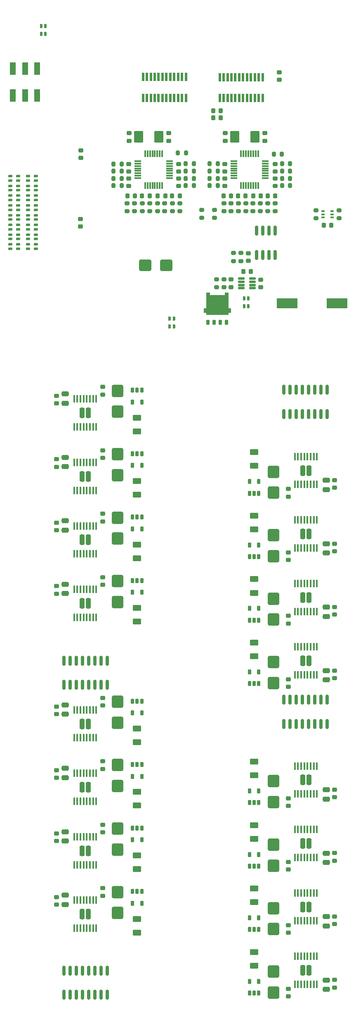
<source format=gtp>
G04 #@! TF.GenerationSoftware,KiCad,Pcbnew,9.0.5*
G04 #@! TF.CreationDate,2025-11-08T18:16:22-06:00*
G04 #@! TF.ProjectId,PowerDistributionUnit_Mk1,506f7765-7244-4697-9374-726962757469,rev?*
G04 #@! TF.SameCoordinates,Original*
G04 #@! TF.FileFunction,Paste,Top*
G04 #@! TF.FilePolarity,Positive*
%FSLAX46Y46*%
G04 Gerber Fmt 4.6, Leading zero omitted, Abs format (unit mm)*
G04 Created by KiCad (PCBNEW 9.0.5) date 2025-11-08 18:16:22*
%MOMM*%
%LPD*%
G01*
G04 APERTURE LIST*
G04 Aperture macros list*
%AMRoundRect*
0 Rectangle with rounded corners*
0 $1 Rounding radius*
0 $2 $3 $4 $5 $6 $7 $8 $9 X,Y pos of 4 corners*
0 Add a 4 corners polygon primitive as box body*
4,1,4,$2,$3,$4,$5,$6,$7,$8,$9,$2,$3,0*
0 Add four circle primitives for the rounded corners*
1,1,$1+$1,$2,$3*
1,1,$1+$1,$4,$5*
1,1,$1+$1,$6,$7*
1,1,$1+$1,$8,$9*
0 Add four rect primitives between the rounded corners*
20,1,$1+$1,$2,$3,$4,$5,0*
20,1,$1+$1,$4,$5,$6,$7,0*
20,1,$1+$1,$6,$7,$8,$9,0*
20,1,$1+$1,$8,$9,$2,$3,0*%
%AMFreePoly0*
4,1,18,-0.697500,2.280000,2.027500,2.280000,2.502500,2.280000,2.502500,1.530000,2.027500,1.530000,2.027500,-1.530000,2.502500,-1.530000,2.502500,-2.280000,-0.697500,-2.280000,-0.697500,-2.775000,-1.602500,-2.775000,-1.602500,-2.280000,-2.027500,-2.280000,-2.027500,2.280000,-1.602500,2.280000,-1.602500,2.775000,-0.697500,2.775000,-0.697500,2.280000,-0.697500,2.280000,$1*%
G04 Aperture macros list end*
%ADD10RoundRect,0.250000X-0.475000X0.250000X-0.475000X-0.250000X0.475000X-0.250000X0.475000X0.250000X0*%
%ADD11RoundRect,0.225000X0.225000X0.250000X-0.225000X0.250000X-0.225000X-0.250000X0.225000X-0.250000X0*%
%ADD12RoundRect,0.105000X0.245000X-0.395000X0.245000X0.395000X-0.245000X0.395000X-0.245000X-0.395000X0*%
%ADD13RoundRect,0.250000X0.475000X-0.250000X0.475000X0.250000X-0.475000X0.250000X-0.475000X-0.250000X0*%
%ADD14RoundRect,0.247500X0.247500X-0.822500X0.247500X0.822500X-0.247500X0.822500X-0.247500X-0.822500X0*%
%ADD15RoundRect,0.100000X0.100000X-0.687500X0.100000X0.687500X-0.100000X0.687500X-0.100000X-0.687500X0*%
%ADD16RoundRect,0.150000X-0.150000X0.825000X-0.150000X-0.825000X0.150000X-0.825000X0.150000X0.825000X0*%
%ADD17RoundRect,0.200000X0.275000X-0.200000X0.275000X0.200000X-0.275000X0.200000X-0.275000X-0.200000X0*%
%ADD18RoundRect,0.200000X0.200000X0.275000X-0.200000X0.275000X-0.200000X-0.275000X0.200000X-0.275000X0*%
%ADD19RoundRect,0.250000X-1.000000X-0.900000X1.000000X-0.900000X1.000000X0.900000X-1.000000X0.900000X0*%
%ADD20RoundRect,0.225000X0.250000X-0.225000X0.250000X0.225000X-0.250000X0.225000X-0.250000X-0.225000X0*%
%ADD21RoundRect,0.225000X-0.250000X0.225000X-0.250000X-0.225000X0.250000X-0.225000X0.250000X0.225000X0*%
%ADD22RoundRect,0.082500X-0.317500X-0.192500X0.317500X-0.192500X0.317500X0.192500X-0.317500X0.192500X0*%
%ADD23RoundRect,0.250000X-0.625000X0.375000X-0.625000X-0.375000X0.625000X-0.375000X0.625000X0.375000X0*%
%ADD24RoundRect,0.247500X-0.247500X0.822500X-0.247500X-0.822500X0.247500X-0.822500X0.247500X0.822500X0*%
%ADD25RoundRect,0.100000X-0.100000X0.687500X-0.100000X-0.687500X0.100000X-0.687500X0.100000X0.687500X0*%
%ADD26R,0.300000X1.450000*%
%ADD27R,1.450000X0.300000*%
%ADD28RoundRect,0.250000X0.625000X-0.375000X0.625000X0.375000X-0.625000X0.375000X-0.625000X-0.375000X0*%
%ADD29RoundRect,0.200000X-0.200000X-0.275000X0.200000X-0.275000X0.200000X0.275000X-0.200000X0.275000X0*%
%ADD30RoundRect,0.250000X0.900000X-1.000000X0.900000X1.000000X-0.900000X1.000000X-0.900000X-1.000000X0*%
%ADD31RoundRect,0.250000X-0.900000X1.000000X-0.900000X-1.000000X0.900000X-1.000000X0.900000X1.000000X0*%
%ADD32RoundRect,0.105000X-0.245000X0.395000X-0.245000X-0.395000X0.245000X-0.395000X0.245000X0.395000X0*%
%ADD33RoundRect,0.082500X-0.192500X0.317500X-0.192500X-0.317500X0.192500X-0.317500X0.192500X0.317500X0*%
%ADD34RoundRect,0.225000X-0.225000X-0.250000X0.225000X-0.250000X0.225000X0.250000X-0.225000X0.250000X0*%
%ADD35RoundRect,0.100000X-0.225000X-0.100000X0.225000X-0.100000X0.225000X0.100000X-0.225000X0.100000X0*%
%ADD36RoundRect,0.082500X0.192500X-0.317500X0.192500X0.317500X-0.192500X0.317500X-0.192500X-0.317500X0*%
%ADD37RoundRect,0.125000X0.537500X0.125000X-0.537500X0.125000X-0.537500X-0.125000X0.537500X-0.125000X0*%
%ADD38RoundRect,0.200000X-0.275000X0.200000X-0.275000X-0.200000X0.275000X-0.200000X0.275000X0.200000X0*%
%ADD39RoundRect,0.150000X0.150000X-0.825000X0.150000X0.825000X-0.150000X0.825000X-0.150000X-0.825000X0*%
%ADD40R,4.350000X2.100000*%
%ADD41RoundRect,0.187500X0.187500X-0.312500X0.187500X0.312500X-0.187500X0.312500X-0.187500X-0.312500X0*%
%ADD42FreePoly0,90.000000*%
%ADD43RoundRect,0.250000X0.700000X0.950000X-0.700000X0.950000X-0.700000X-0.950000X0.700000X-0.950000X0*%
%ADD44R,1.200000X2.500000*%
%ADD45R,0.550000X1.800000*%
G04 APERTURE END LIST*
D10*
X178900000Y-147350000D03*
X178900000Y-149250000D03*
D11*
X142675000Y300000D03*
X141125000Y300000D03*
D12*
X139150000Y-67900000D03*
X141050000Y-67900000D03*
X141050000Y-65500000D03*
X140100000Y-65500000D03*
X139150000Y-65500000D03*
D11*
X157275000Y16300000D03*
X155725000Y16300000D03*
D13*
X125298000Y-81150000D03*
X125298000Y-79250000D03*
D14*
X128833000Y-107850000D03*
X130063000Y-107850000D03*
D15*
X127173000Y-110712500D03*
X127823000Y-110712500D03*
X128473000Y-110712500D03*
X129123000Y-110712500D03*
X129773000Y-110712500D03*
X130423000Y-110712500D03*
X131073000Y-110712500D03*
X131723000Y-110712500D03*
X131723000Y-104987500D03*
X131073000Y-104987500D03*
X130423000Y-104987500D03*
X129773000Y-104987500D03*
X129123000Y-104987500D03*
X128473000Y-104987500D03*
X127823000Y-104987500D03*
X127173000Y-104987500D03*
D16*
X168405000Y-6825000D03*
X167135000Y-6825000D03*
X165865000Y-6825000D03*
X164595000Y-6825000D03*
X164595000Y-11775000D03*
X165865000Y-11775000D03*
X167135000Y-11775000D03*
X168405000Y-11775000D03*
D17*
X163900000Y-2825000D03*
X163900000Y-1175000D03*
D18*
X171525000Y3900000D03*
X169875000Y3900000D03*
D11*
X157275000Y17800000D03*
X155725000Y17800000D03*
D19*
X141750000Y-13900000D03*
X146050000Y-13900000D03*
D20*
X133048000Y-130075000D03*
X133048000Y-128525000D03*
D11*
X148850000Y300000D03*
X147300000Y300000D03*
D21*
X180650000Y-96925000D03*
X180650000Y-98475000D03*
D22*
X117702359Y-521641D03*
X117702359Y378359D03*
X119302359Y378359D03*
X119302359Y-521641D03*
D10*
X178900000Y-96950000D03*
X178900000Y-98850000D03*
D23*
X140100000Y-121800000D03*
X140100000Y-124600000D03*
D24*
X175365000Y-145350000D03*
X174135000Y-145350000D03*
D25*
X177025000Y-142487500D03*
X176375000Y-142487500D03*
X175725000Y-142487500D03*
X175075000Y-142487500D03*
X174425000Y-142487500D03*
X173775000Y-142487500D03*
X173125000Y-142487500D03*
X172475000Y-142487500D03*
X172475000Y-148212500D03*
X173125000Y-148212500D03*
X173775000Y-148212500D03*
X174425000Y-148212500D03*
X175075000Y-148212500D03*
X175725000Y-148212500D03*
X176375000Y-148212500D03*
X177025000Y-148212500D03*
D20*
X123548000Y-55175000D03*
X123548000Y-53625000D03*
D26*
X141750000Y2475000D03*
X142250000Y2475000D03*
X142750000Y2475000D03*
X143250000Y2475000D03*
X143750000Y2475000D03*
X144250000Y2475000D03*
X144750000Y2475000D03*
X145250000Y2475000D03*
D27*
X146725000Y3950000D03*
X146725000Y4450000D03*
X146725000Y4950000D03*
X146725000Y5450000D03*
X146725000Y5950000D03*
X146725000Y6450000D03*
X146725000Y6950000D03*
X146725000Y7450000D03*
D26*
X145250000Y8925000D03*
X144750000Y8925000D03*
X144250000Y8925000D03*
X143750000Y8925000D03*
X143250000Y8925000D03*
X142750000Y8925000D03*
X142250000Y8925000D03*
X141750000Y8925000D03*
D27*
X140275000Y7450000D03*
X140275000Y6950000D03*
X140275000Y6450000D03*
X140275000Y5950000D03*
X140275000Y5450000D03*
X140275000Y4950000D03*
X140275000Y4450000D03*
X140275000Y3950000D03*
D20*
X128500000Y-5975000D03*
X128500000Y-4425000D03*
D23*
X140100000Y-45100000D03*
X140100000Y-47900000D03*
X140100000Y-147800000D03*
X140100000Y-150600000D03*
D17*
X142675000Y-2825000D03*
X142675000Y-1175000D03*
D10*
X178900000Y-83950000D03*
X178900000Y-85850000D03*
D24*
X175365000Y-158350000D03*
X174135000Y-158350000D03*
D25*
X177025000Y-155487500D03*
X176375000Y-155487500D03*
X175725000Y-155487500D03*
X175075000Y-155487500D03*
X174425000Y-155487500D03*
X173775000Y-155487500D03*
X173125000Y-155487500D03*
X172475000Y-155487500D03*
X172475000Y-161212500D03*
X173125000Y-161212500D03*
X173775000Y-161212500D03*
X174425000Y-161212500D03*
X175075000Y-161212500D03*
X175725000Y-161212500D03*
X176375000Y-161212500D03*
X177025000Y-161212500D03*
D28*
X164100000Y-144400000D03*
X164100000Y-141600000D03*
D29*
X135275000Y3900000D03*
X136925000Y3900000D03*
D30*
X168100000Y-149900000D03*
X168100000Y-145600000D03*
D31*
X136098000Y-116300000D03*
X136098000Y-120600000D03*
D20*
X133048000Y-40375000D03*
X133048000Y-38825000D03*
D17*
X160900000Y-2825000D03*
X160900000Y-1175000D03*
D30*
X168100000Y-99500000D03*
X168100000Y-95200000D03*
X168100000Y-73500000D03*
X168100000Y-69200000D03*
D17*
X156000000Y-4190000D03*
X156000000Y-2540000D03*
D30*
X168100000Y-86500000D03*
X168100000Y-82200000D03*
D11*
X168475000Y300000D03*
X166925000Y300000D03*
D32*
X165050000Y-147600000D03*
X163150000Y-147600000D03*
X163150000Y-150000000D03*
X164100000Y-150000000D03*
X165050000Y-150000000D03*
D29*
X135275000Y2400000D03*
X136925000Y2400000D03*
D31*
X136098000Y-39600000D03*
X136098000Y-43900000D03*
D16*
X133943000Y-158425000D03*
X132673000Y-158425000D03*
X131403000Y-158425000D03*
X130133000Y-158425000D03*
X128863000Y-158425000D03*
X127593000Y-158425000D03*
X126323000Y-158425000D03*
X125053000Y-158425000D03*
X125053000Y-163375000D03*
X126323000Y-163375000D03*
X127593000Y-163375000D03*
X128863000Y-163375000D03*
X130133000Y-163375000D03*
X131403000Y-163375000D03*
X132673000Y-163375000D03*
X133943000Y-163375000D03*
D30*
X168100000Y-123900000D03*
X168100000Y-119600000D03*
D11*
X179975000Y-5649499D03*
X178425000Y-5649499D03*
D12*
X139150000Y-54900000D03*
X141050000Y-54900000D03*
X141050000Y-52500000D03*
X140100000Y-52500000D03*
X139150000Y-52500000D03*
D17*
X181600000Y-4274499D03*
X181600000Y-2624499D03*
D33*
X120412500Y35100000D03*
X121312500Y35100000D03*
X121312500Y33500000D03*
X120412500Y33500000D03*
D18*
X151725000Y6900000D03*
X150075000Y6900000D03*
D20*
X133048000Y-143075000D03*
X133048000Y-141525000D03*
D28*
X164100000Y-68000000D03*
X164100000Y-65200000D03*
D17*
X148850000Y-2825000D03*
X148850000Y-1175000D03*
D32*
X165050000Y-121600000D03*
X163150000Y-121600000D03*
X163150000Y-124000000D03*
X164100000Y-124000000D03*
X165050000Y-124000000D03*
D22*
X117702359Y-8521641D03*
X117702359Y-7621641D03*
X119302359Y-7621641D03*
X119302359Y-8521641D03*
D20*
X133048000Y-104075000D03*
X133048000Y-102525000D03*
D21*
X171150000Y-123125000D03*
X171150000Y-124675000D03*
D24*
X175365000Y-68950000D03*
X174135000Y-68950000D03*
D25*
X177025000Y-66087500D03*
X176375000Y-66087500D03*
X175725000Y-66087500D03*
X175075000Y-66087500D03*
X174425000Y-66087500D03*
X173775000Y-66087500D03*
X173125000Y-66087500D03*
X172475000Y-66087500D03*
X172475000Y-71812500D03*
X173125000Y-71812500D03*
X173775000Y-71812500D03*
X174425000Y-71812500D03*
X175075000Y-71812500D03*
X175725000Y-71812500D03*
X176375000Y-71812500D03*
X177025000Y-71812500D03*
D22*
X117702359Y1478359D03*
X117702359Y2378359D03*
X119302359Y2378359D03*
X119302359Y1478359D03*
X117702359Y-6521641D03*
X117702359Y-5621641D03*
X119302359Y-5621641D03*
X119302359Y-6521641D03*
D13*
X125298000Y-105850000D03*
X125298000Y-103950000D03*
D20*
X133048000Y-53375000D03*
X133048000Y-51825000D03*
X133048000Y-117075000D03*
X133048000Y-115525000D03*
X169300000Y24125000D03*
X169300000Y25675000D03*
D32*
X165050000Y-71200000D03*
X163150000Y-71200000D03*
X163150000Y-73600000D03*
X164100000Y-73600000D03*
X165050000Y-73600000D03*
D20*
X133048000Y-66375000D03*
X133048000Y-64825000D03*
D12*
X139150000Y-144600000D03*
X141050000Y-144600000D03*
X141050000Y-142200000D03*
X140100000Y-142200000D03*
X139150000Y-142200000D03*
X139150000Y-118600000D03*
X141050000Y-118600000D03*
X141050000Y-116200000D03*
X140100000Y-116200000D03*
X139150000Y-116200000D03*
D23*
X140100000Y-71100000D03*
X140100000Y-73900000D03*
D28*
X164100000Y-94000000D03*
X164100000Y-91200000D03*
D32*
X165050000Y-134600000D03*
X163150000Y-134600000D03*
X163150000Y-137000000D03*
X164100000Y-137000000D03*
X165050000Y-137000000D03*
D34*
X138125000Y300000D03*
X139675000Y300000D03*
D17*
X162400000Y-2825000D03*
X162400000Y-1175000D03*
D32*
X165050000Y-97200000D03*
X163150000Y-97200000D03*
X163150000Y-99600000D03*
X164100000Y-99600000D03*
X165050000Y-99600000D03*
D35*
X178250000Y-2799499D03*
X178250000Y-3449499D03*
X178250000Y-4099499D03*
X180150000Y-4099499D03*
X180150000Y-3449499D03*
X180150000Y-2799499D03*
D21*
X138400000Y6875000D03*
X138400000Y5325000D03*
D28*
X164100000Y-131400000D03*
X164100000Y-128600000D03*
D20*
X123548000Y-131875000D03*
X123548000Y-130325000D03*
D31*
X136098000Y-103300000D03*
X136098000Y-107600000D03*
D13*
X125298000Y-42150000D03*
X125298000Y-40250000D03*
D34*
X144325000Y300000D03*
X145875000Y300000D03*
D28*
X164100000Y-81000000D03*
X164100000Y-78200000D03*
D17*
X147350000Y-2825000D03*
X147350000Y-1175000D03*
X159900000Y-13025000D03*
X159900000Y-11375000D03*
D24*
X175365000Y-132350000D03*
X174135000Y-132350000D03*
D25*
X177025000Y-129487500D03*
X176375000Y-129487500D03*
X175725000Y-129487500D03*
X175075000Y-129487500D03*
X174425000Y-129487500D03*
X173775000Y-129487500D03*
X173125000Y-129487500D03*
X172475000Y-129487500D03*
X172475000Y-135212500D03*
X173125000Y-135212500D03*
X173775000Y-135212500D03*
X174425000Y-135212500D03*
X175075000Y-135212500D03*
X175725000Y-135212500D03*
X176375000Y-135212500D03*
X177025000Y-135212500D03*
D18*
X171525000Y2400000D03*
X169875000Y2400000D03*
D12*
X139150000Y-80900000D03*
X141050000Y-80900000D03*
X141050000Y-78500000D03*
X140100000Y-78500000D03*
X139150000Y-78500000D03*
D24*
X175365000Y-81950000D03*
X174135000Y-81950000D03*
D25*
X177025000Y-79087500D03*
X176375000Y-79087500D03*
X175725000Y-79087500D03*
X175075000Y-79087500D03*
X174425000Y-79087500D03*
X173775000Y-79087500D03*
X173125000Y-79087500D03*
X172475000Y-79087500D03*
X172475000Y-84812500D03*
X173125000Y-84812500D03*
X173775000Y-84812500D03*
X174425000Y-84812500D03*
X175075000Y-84812500D03*
X175725000Y-84812500D03*
X176375000Y-84812500D03*
X177025000Y-84812500D03*
D17*
X159400000Y-2825000D03*
X159400000Y-1175000D03*
X176800000Y-4274499D03*
X176800000Y-2624499D03*
D21*
X180650000Y-160325000D03*
X180650000Y-161875000D03*
D34*
X163925000Y300000D03*
X165475000Y300000D03*
D21*
X171150000Y-85725000D03*
X171150000Y-87275000D03*
D20*
X158100000Y2325000D03*
X158100000Y3875000D03*
D30*
X168100000Y-162900000D03*
X168100000Y-158600000D03*
D22*
X114102359Y1478359D03*
X114102359Y2378359D03*
X115702359Y2378359D03*
X115702359Y1478359D03*
D17*
X166900000Y-2825000D03*
X166900000Y-1175000D03*
D21*
X180650000Y-147325000D03*
X180650000Y-148875000D03*
X171150000Y-98725000D03*
X171150000Y-100275000D03*
X171150000Y-162125000D03*
X171150000Y-163675000D03*
D12*
X139150000Y-131600000D03*
X141050000Y-131600000D03*
X141050000Y-129200000D03*
X140100000Y-129200000D03*
X139150000Y-129200000D03*
D22*
X114102359Y-521641D03*
X114102359Y378359D03*
X115702359Y378359D03*
X115702359Y-521641D03*
D21*
X171150000Y-72725000D03*
X171150000Y-74275000D03*
D20*
X123548000Y-42175000D03*
X123548000Y-40625000D03*
D29*
X154975000Y6900000D03*
X156625000Y6900000D03*
D26*
X161450000Y2475000D03*
X161950000Y2475000D03*
X162450000Y2475000D03*
X162950000Y2475000D03*
X163450000Y2475000D03*
X163950000Y2475000D03*
X164450000Y2475000D03*
X164950000Y2475000D03*
D27*
X166425000Y3950000D03*
X166425000Y4450000D03*
X166425000Y4950000D03*
X166425000Y5450000D03*
X166425000Y5950000D03*
X166425000Y6450000D03*
X166425000Y6950000D03*
X166425000Y7450000D03*
D26*
X164950000Y8925000D03*
X164450000Y8925000D03*
X163950000Y8925000D03*
X163450000Y8925000D03*
X162950000Y8925000D03*
X162450000Y8925000D03*
X161950000Y8925000D03*
X161450000Y8925000D03*
D27*
X159975000Y7450000D03*
X159975000Y6950000D03*
X159975000Y6450000D03*
X159975000Y5950000D03*
X159975000Y5450000D03*
X159975000Y4950000D03*
X159975000Y4450000D03*
X159975000Y3950000D03*
D36*
X162950000Y-22300000D03*
X162050000Y-22300000D03*
X162050000Y-20700000D03*
X162950000Y-20700000D03*
D37*
X163800000Y-18575000D03*
X163800000Y-17925000D03*
X163800000Y-17275000D03*
X163800000Y-16625000D03*
X161525000Y-16625000D03*
X161525000Y-17275000D03*
X161525000Y-17925000D03*
X161525000Y-18575000D03*
D21*
X168400000Y6875000D03*
X168400000Y5325000D03*
D38*
X156400000Y-16750000D03*
X156400000Y-18400000D03*
D18*
X151725000Y5400000D03*
X150075000Y5400000D03*
D39*
X170255000Y-107850000D03*
X171525000Y-107850000D03*
X172795000Y-107850000D03*
X174065000Y-107850000D03*
X175335000Y-107850000D03*
X176605000Y-107850000D03*
X177875000Y-107850000D03*
X179145000Y-107850000D03*
X179145000Y-102900000D03*
X177875000Y-102900000D03*
X176605000Y-102900000D03*
X175335000Y-102900000D03*
X174065000Y-102900000D03*
X172795000Y-102900000D03*
X171525000Y-102900000D03*
X170255000Y-102900000D03*
D20*
X168400000Y2325000D03*
X168400000Y3875000D03*
D31*
X136098000Y-129300000D03*
X136098000Y-133600000D03*
D17*
X141175000Y-2825000D03*
X141175000Y-1175000D03*
D21*
X171150000Y-136125000D03*
X171150000Y-137675000D03*
D20*
X159400000Y-18350000D03*
X159400000Y-16800000D03*
D30*
X168100000Y-136900000D03*
X168100000Y-132600000D03*
D40*
X170900000Y-21700000D03*
X181100000Y-21700000D03*
D17*
X161400000Y-13025000D03*
X161400000Y-11375000D03*
X153400000Y-4190000D03*
X153400000Y-2540000D03*
D21*
X171150000Y-149125000D03*
X171150000Y-150675000D03*
D31*
X136098000Y-65600000D03*
X136098000Y-69900000D03*
D21*
X171150000Y-59725000D03*
X171150000Y-61275000D03*
D20*
X123548000Y-81175000D03*
X123548000Y-79625000D03*
D13*
X125298000Y-144850000D03*
X125298000Y-142950000D03*
D41*
X154645000Y-25542250D03*
X155915000Y-25542250D03*
X157185000Y-25542250D03*
X158455000Y-25542250D03*
D42*
X156550000Y-22050000D03*
D34*
X161925000Y-15150000D03*
X163475000Y-15150000D03*
D10*
X178900000Y-160350000D03*
X178900000Y-162250000D03*
D32*
X165050000Y-160600000D03*
X163150000Y-160600000D03*
X163150000Y-163000000D03*
X164100000Y-163000000D03*
X165050000Y-163000000D03*
D12*
X139150000Y-105600000D03*
X141050000Y-105600000D03*
X141050000Y-103200000D03*
X140100000Y-103200000D03*
X139150000Y-103200000D03*
D21*
X158100000Y6875000D03*
X158100000Y5325000D03*
X180650000Y-134325000D03*
X180650000Y-135875000D03*
D14*
X128833000Y-57150000D03*
X130063000Y-57150000D03*
D15*
X127173000Y-60012500D03*
X127823000Y-60012500D03*
X128473000Y-60012500D03*
X129123000Y-60012500D03*
X129773000Y-60012500D03*
X130423000Y-60012500D03*
X131073000Y-60012500D03*
X131723000Y-60012500D03*
X131723000Y-54287500D03*
X131073000Y-54287500D03*
X130423000Y-54287500D03*
X129773000Y-54287500D03*
X129123000Y-54287500D03*
X128473000Y-54287500D03*
X127823000Y-54287500D03*
X127173000Y-54287500D03*
D43*
X144550000Y12400000D03*
X140450000Y12400000D03*
D18*
X151725000Y3900000D03*
X150075000Y3900000D03*
D22*
X117702359Y-4521641D03*
X117702359Y-3621641D03*
X119302359Y-3621641D03*
X119302359Y-4521641D03*
D29*
X154975000Y5400000D03*
X156625000Y5400000D03*
D20*
X162900000Y-12975000D03*
X162900000Y-11425000D03*
D31*
X136098000Y-142300000D03*
X136098000Y-146600000D03*
D44*
X119600000Y26400000D03*
X117100000Y26400000D03*
X114600000Y26400000D03*
X119600000Y20900000D03*
X117100000Y20900000D03*
X114600000Y20900000D03*
D22*
X117702359Y-2521641D03*
X117702359Y-1621641D03*
X119302359Y-1621641D03*
X119302359Y-2521641D03*
D21*
X138500000Y13175000D03*
X138500000Y11625000D03*
D31*
X136098000Y-52600000D03*
X136098000Y-56900000D03*
D32*
X165050000Y-58200000D03*
X163150000Y-58200000D03*
X163150000Y-60600000D03*
X164100000Y-60600000D03*
X165050000Y-60600000D03*
D29*
X135275000Y5375000D03*
X136925000Y5375000D03*
D10*
X178900000Y-70950000D03*
X178900000Y-72850000D03*
D17*
X165400000Y-2825000D03*
X165400000Y-1175000D03*
D29*
X154975000Y3900000D03*
X156625000Y3900000D03*
D22*
X114102359Y-8521641D03*
X114102359Y-7621641D03*
X115702359Y-7621641D03*
X115702359Y-8521641D03*
D20*
X133048000Y-79375000D03*
X133048000Y-77825000D03*
D17*
X144275000Y-2825000D03*
X144275000Y-1175000D03*
D20*
X128515000Y8095000D03*
X128515000Y9645000D03*
D28*
X164100000Y-157400000D03*
X164100000Y-154600000D03*
D10*
X178900000Y-134350000D03*
X178900000Y-136250000D03*
D22*
X114102359Y3478359D03*
X114102359Y4378359D03*
X115702359Y4378359D03*
X115702359Y3478359D03*
D14*
X128833000Y-120850000D03*
X130063000Y-120850000D03*
D15*
X127173000Y-123712500D03*
X127823000Y-123712500D03*
X128473000Y-123712500D03*
X129123000Y-123712500D03*
X129773000Y-123712500D03*
X130423000Y-123712500D03*
X131073000Y-123712500D03*
X131723000Y-123712500D03*
X131723000Y-117987500D03*
X131073000Y-117987500D03*
X130423000Y-117987500D03*
X129773000Y-117987500D03*
X129123000Y-117987500D03*
X128473000Y-117987500D03*
X127823000Y-117987500D03*
X127173000Y-117987500D03*
D20*
X123548000Y-144875000D03*
X123548000Y-143325000D03*
D18*
X169825000Y8900000D03*
X168175000Y8900000D03*
X171525000Y5400000D03*
X169875000Y5400000D03*
D17*
X157900000Y-18400000D03*
X157900000Y-16750000D03*
D14*
X128833000Y-44150000D03*
X130063000Y-44150000D03*
D15*
X127173000Y-47012500D03*
X127823000Y-47012500D03*
X128473000Y-47012500D03*
X129123000Y-47012500D03*
X129773000Y-47012500D03*
X130423000Y-47012500D03*
X131073000Y-47012500D03*
X131723000Y-47012500D03*
X131723000Y-41287500D03*
X131073000Y-41287500D03*
X130423000Y-41287500D03*
X129773000Y-41287500D03*
X129123000Y-41287500D03*
X128473000Y-41287500D03*
X127823000Y-41287500D03*
X127173000Y-41287500D03*
D14*
X128833000Y-70150000D03*
X130063000Y-70150000D03*
D15*
X127173000Y-73012500D03*
X127823000Y-73012500D03*
X128473000Y-73012500D03*
X129123000Y-73012500D03*
X129773000Y-73012500D03*
X130423000Y-73012500D03*
X131073000Y-73012500D03*
X131723000Y-73012500D03*
X131723000Y-67287500D03*
X131073000Y-67287500D03*
X130423000Y-67287500D03*
X129773000Y-67287500D03*
X129123000Y-67287500D03*
X128473000Y-67287500D03*
X127823000Y-67287500D03*
X127173000Y-67287500D03*
D21*
X148600000Y6875000D03*
X148600000Y5325000D03*
D16*
X133943000Y-94925000D03*
X132673000Y-94925000D03*
X131403000Y-94925000D03*
X130133000Y-94925000D03*
X128863000Y-94925000D03*
X127593000Y-94925000D03*
X126323000Y-94925000D03*
X125053000Y-94925000D03*
X125053000Y-99875000D03*
X126323000Y-99875000D03*
X127593000Y-99875000D03*
X128863000Y-99875000D03*
X130133000Y-99875000D03*
X131403000Y-99875000D03*
X132673000Y-99875000D03*
X133943000Y-99875000D03*
D22*
X114102359Y-2521641D03*
X114102359Y-1621641D03*
X115702359Y-1621641D03*
X115702359Y-2521641D03*
D24*
X175365000Y-119350000D03*
X174135000Y-119350000D03*
D25*
X177025000Y-116487500D03*
X176375000Y-116487500D03*
X175725000Y-116487500D03*
X175075000Y-116487500D03*
X174425000Y-116487500D03*
X173775000Y-116487500D03*
X173125000Y-116487500D03*
X172475000Y-116487500D03*
X172475000Y-122212500D03*
X173125000Y-122212500D03*
X173775000Y-122212500D03*
X174425000Y-122212500D03*
X175075000Y-122212500D03*
X175725000Y-122212500D03*
X176375000Y-122212500D03*
X177025000Y-122212500D03*
D28*
X164100000Y-55000000D03*
X164100000Y-52200000D03*
D20*
X123548000Y-118875000D03*
X123548000Y-117325000D03*
D14*
X128833000Y-146850000D03*
X130063000Y-146850000D03*
D15*
X127173000Y-149712500D03*
X127823000Y-149712500D03*
X128473000Y-149712500D03*
X129123000Y-149712500D03*
X129773000Y-149712500D03*
X130423000Y-149712500D03*
X131073000Y-149712500D03*
X131723000Y-149712500D03*
X131723000Y-143987500D03*
X131073000Y-143987500D03*
X130423000Y-143987500D03*
X129773000Y-143987500D03*
X129123000Y-143987500D03*
X128473000Y-143987500D03*
X127823000Y-143987500D03*
X127173000Y-143987500D03*
D14*
X128833000Y-83150000D03*
X130063000Y-83150000D03*
D15*
X127173000Y-86012500D03*
X127823000Y-86012500D03*
X128473000Y-86012500D03*
X129123000Y-86012500D03*
X129773000Y-86012500D03*
X130423000Y-86012500D03*
X131073000Y-86012500D03*
X131723000Y-86012500D03*
X131723000Y-80287500D03*
X131073000Y-80287500D03*
X130423000Y-80287500D03*
X129773000Y-80287500D03*
X129123000Y-80287500D03*
X128473000Y-80287500D03*
X127823000Y-80287500D03*
X127173000Y-80287500D03*
D29*
X154975000Y2400000D03*
X156625000Y2400000D03*
D10*
X178900000Y-121350000D03*
X178900000Y-123250000D03*
D18*
X150125000Y9100000D03*
X148475000Y9100000D03*
D13*
X125298000Y-131850000D03*
X125298000Y-129950000D03*
D17*
X157900000Y-2825000D03*
X157900000Y-1175000D03*
D21*
X180650000Y-121325000D03*
X180650000Y-122875000D03*
D18*
X151725000Y2400000D03*
X150075000Y2400000D03*
D20*
X165500000Y-18375000D03*
X165500000Y-16825000D03*
D13*
X125298000Y-118850000D03*
X125298000Y-116950000D03*
D11*
X162375000Y300000D03*
X160825000Y300000D03*
D24*
X175365000Y-55950000D03*
X174135000Y-55950000D03*
D25*
X177025000Y-53087500D03*
X176375000Y-53087500D03*
X175725000Y-53087500D03*
X175075000Y-53087500D03*
X174425000Y-53087500D03*
X173775000Y-53087500D03*
X173125000Y-53087500D03*
X172475000Y-53087500D03*
X172475000Y-58812500D03*
X173125000Y-58812500D03*
X173775000Y-58812500D03*
X174425000Y-58812500D03*
X175075000Y-58812500D03*
X175725000Y-58812500D03*
X176375000Y-58812500D03*
X177025000Y-58812500D03*
D22*
X114102359Y-6521641D03*
X114102359Y-5621641D03*
X115702359Y-5621641D03*
X115702359Y-6521641D03*
D12*
X139150000Y-41900000D03*
X141050000Y-41900000D03*
X141050000Y-39500000D03*
X140100000Y-39500000D03*
X139150000Y-39500000D03*
D17*
X145775000Y-2825000D03*
X145775000Y-1175000D03*
D45*
X157063911Y20349998D03*
X157063910Y24649939D03*
X157863910Y20349939D03*
X157863910Y24650000D03*
X158663910Y20349939D03*
X158663911Y24650000D03*
X159463910Y20349939D03*
X159463909Y24650000D03*
X160263910Y20349939D03*
X160263910Y24650000D03*
X161063910Y20349939D03*
X161063908Y24650000D03*
X161863910Y20349939D03*
X161863909Y24650000D03*
X162663910Y20349939D03*
X162663910Y24650000D03*
X163463909Y20349998D03*
X163463909Y24650000D03*
X164263909Y20349998D03*
X164263909Y24650000D03*
X165063908Y20349998D03*
X165063908Y24650000D03*
X165863909Y20349998D03*
X165863909Y24650000D03*
X141309933Y20399998D03*
X141309933Y24700000D03*
X142109932Y20399998D03*
X142109932Y24700000D03*
X142909933Y20399998D03*
X142909933Y24700000D03*
X143709931Y20399998D03*
X143709931Y24700000D03*
X144509932Y20399998D03*
X144509932Y24700000D03*
X145309930Y20399998D03*
X145309930Y24700000D03*
X146109931Y20399998D03*
X146109931Y24700000D03*
X146909932Y20399998D03*
X146909932Y24700000D03*
X147709931Y20399998D03*
X147709931Y24700000D03*
X148509931Y20399998D03*
X148509931Y24700000D03*
X149309930Y20399998D03*
X149309930Y24700000D03*
X150109931Y20399998D03*
X150109931Y24700000D03*
D21*
X158200000Y13175000D03*
X158200000Y11625000D03*
D22*
X114102359Y-4521641D03*
X114102359Y-3621641D03*
X115702359Y-3621641D03*
X115702359Y-4521641D03*
D20*
X138400000Y2325000D03*
X138400000Y3875000D03*
D21*
X180650000Y-70925000D03*
X180650000Y-72475000D03*
D13*
X125298000Y-68150000D03*
X125298000Y-66250000D03*
D20*
X123548000Y-68175000D03*
X123548000Y-66625000D03*
D23*
X140100000Y-134800000D03*
X140100000Y-137600000D03*
D36*
X147687500Y-26400000D03*
X146787500Y-26400000D03*
X146787500Y-24800000D03*
X147687500Y-24800000D03*
D23*
X140100000Y-84100000D03*
X140100000Y-86900000D03*
D13*
X125298000Y-55150000D03*
X125298000Y-53250000D03*
D39*
X170255000Y-44375000D03*
X171525000Y-44375000D03*
X172795000Y-44375000D03*
X174065000Y-44375000D03*
X175335000Y-44375000D03*
X176605000Y-44375000D03*
X177875000Y-44375000D03*
X179145000Y-44375000D03*
X179145000Y-39425000D03*
X177875000Y-39425000D03*
X176605000Y-39425000D03*
X175335000Y-39425000D03*
X174065000Y-39425000D03*
X172795000Y-39425000D03*
X171525000Y-39425000D03*
X170255000Y-39425000D03*
D17*
X138075000Y-2825000D03*
X138075000Y-1175000D03*
X168400000Y-2825000D03*
X168400000Y-1175000D03*
D20*
X148600000Y2325000D03*
X148600000Y3875000D03*
D30*
X168100000Y-60500000D03*
X168100000Y-56200000D03*
D21*
X180650000Y-83925000D03*
X180650000Y-85475000D03*
D31*
X136098000Y-78600000D03*
X136098000Y-82900000D03*
D43*
X164250000Y12400000D03*
X160150000Y12400000D03*
D21*
X146600000Y13175000D03*
X146600000Y11625000D03*
D10*
X178900000Y-57950000D03*
X178900000Y-59850000D03*
D14*
X128833000Y-133850000D03*
X130063000Y-133850000D03*
D15*
X127173000Y-136712500D03*
X127823000Y-136712500D03*
X128473000Y-136712500D03*
X129123000Y-136712500D03*
X129773000Y-136712500D03*
X130423000Y-136712500D03*
X131073000Y-136712500D03*
X131723000Y-136712500D03*
X131723000Y-130987500D03*
X131073000Y-130987500D03*
X130423000Y-130987500D03*
X129773000Y-130987500D03*
X129123000Y-130987500D03*
X128473000Y-130987500D03*
X127823000Y-130987500D03*
X127173000Y-130987500D03*
D21*
X166300000Y13175000D03*
X166300000Y11625000D03*
D22*
X114102359Y-10521641D03*
X114102359Y-9621641D03*
X115702359Y-9621641D03*
X115702359Y-10521641D03*
D20*
X123548000Y-105875000D03*
X123548000Y-104325000D03*
D32*
X165050000Y-84200000D03*
X163150000Y-84200000D03*
X163150000Y-86600000D03*
X164100000Y-86600000D03*
X165050000Y-86600000D03*
D23*
X140100000Y-58100000D03*
X140100000Y-60900000D03*
D28*
X164100000Y-118400000D03*
X164100000Y-115600000D03*
D17*
X139575000Y-2825000D03*
X139575000Y-1175000D03*
D34*
X157825000Y300000D03*
X159375000Y300000D03*
D21*
X180650000Y-57925000D03*
X180650000Y-59475000D03*
D18*
X171525000Y6900000D03*
X169875000Y6900000D03*
D22*
X117702359Y3478359D03*
X117702359Y4378359D03*
X119302359Y4378359D03*
X119302359Y3478359D03*
D24*
X175365000Y-94950000D03*
X174135000Y-94950000D03*
D25*
X177025000Y-92087500D03*
X176375000Y-92087500D03*
X175725000Y-92087500D03*
X175075000Y-92087500D03*
X174425000Y-92087500D03*
X173775000Y-92087500D03*
X173125000Y-92087500D03*
X172475000Y-92087500D03*
X172475000Y-97812500D03*
X173125000Y-97812500D03*
X173775000Y-97812500D03*
X174425000Y-97812500D03*
X175075000Y-97812500D03*
X175725000Y-97812500D03*
X176375000Y-97812500D03*
X177025000Y-97812500D03*
D23*
X140100000Y-108800000D03*
X140100000Y-111600000D03*
D29*
X135275000Y6875000D03*
X136925000Y6875000D03*
D22*
X117702359Y-10521641D03*
X117702359Y-9621641D03*
X119302359Y-9621641D03*
X119302359Y-10521641D03*
M02*

</source>
